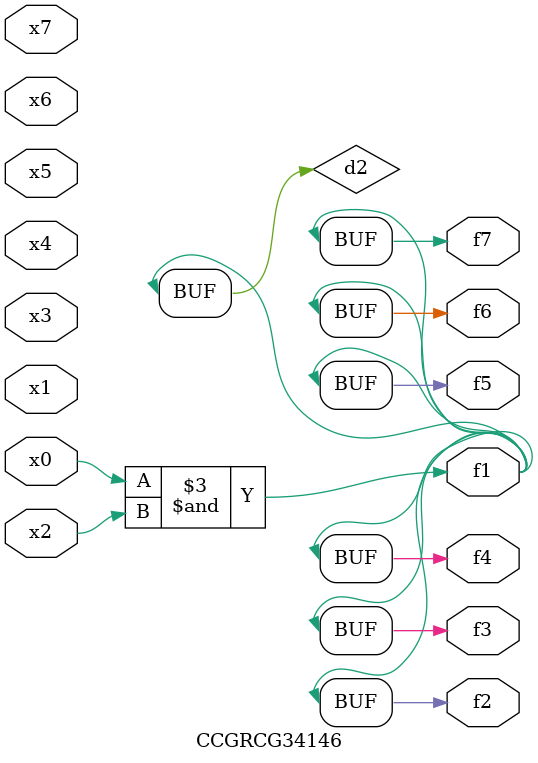
<source format=v>
module CCGRCG34146(
	input x0, x1, x2, x3, x4, x5, x6, x7,
	output f1, f2, f3, f4, f5, f6, f7
);

	wire d1, d2;

	nor (d1, x3, x6);
	and (d2, x0, x2);
	assign f1 = d2;
	assign f2 = d2;
	assign f3 = d2;
	assign f4 = d2;
	assign f5 = d2;
	assign f6 = d2;
	assign f7 = d2;
endmodule

</source>
